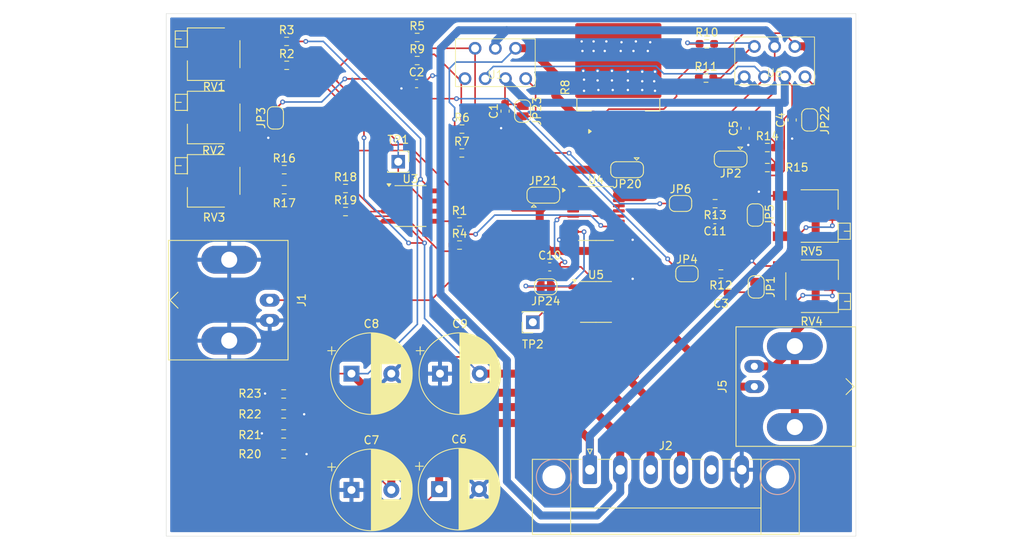
<source format=kicad_pcb>
(kicad_pcb (version 20240108) (generator "pcbnew") (generator_version "8.0")
  (layers (0 "F.Cu" signal) (31 "B.Cu" signal) (34 "B.Paste" user) (35 "F.Paste" user) (36 "B.SilkS" user "B.Silkscreen") (37 "F.SilkS" user "F.Silkscreen") (38 "B.Mask" user) (39 "F.Mask" user) (44 "Edge.Cuts" user))
  (net 0 "")
  (net 1 "Net-(JP24-A)")
  (net 2 "GND")
  (net 3 "Net-(J1-In)")
  (net 4 "Net-(U3-INB+)")
  (net 5 "Net-(R1-Pad1)")
  (net 6 "Net-(R2-Pad2)")
  (net 7 "Net-(R3-Pad1)")
  (net 8 "Net-(U3-INB-)")
  (net 9 "Net-(R5-Pad1)")
  (net 10 "Net-(JP20-C)")
  (net 11 "Net-(JP20-B)")
  (net 12 "Net-(JP2-A)")
  (net 13 "Ilim")
  (net 14 "Net-(JP20-A)")
  (net 15 "Net-(JP21-B)")
  (net 16 "Net-(JP22-B)")
  (net 17 "Net-(JP23-B)")
  (net 18 "Net-(JP24-B)")
  (net 19 "Net-(R10-Pad2)")
  (net 20 "-24V")
  (net 21 "Net-(JP1-B)")
  (net 22 "Net-(R10-Pad1)")
  (net 25 "Net-(JP3-B)")
  (net 26 "+5V")
  (net 27 "+12V")
  (net 28 "-12V")
  (net 29 "+24V")
  (net 30 "Current_out1")
  (net 31 "Net-(R16-Pad1)")
  (net 32 "Net-(R17-Pad2)")
  (net 33 "Net-(R18-Pad1)")
  (net 34 "Net-(U3-INA+)")
  (net 35 "Current_ina1")
  (net 37 "Net-(U4-IN+)")
  (net 38 "Net-(U4-IN-)")
  (net 42 "Net-(J5-In)")
  (net 43 "Net-(J5-Ext)")
  (net 44 "Net-(C3-Pad2)")
  (net 45 "Net-(JP5-B)")
  (net 46 "Net-(C11-Pad2)")
  (net 47 "Net-(JP4-B)")
  (net 48 "Net-(JP6-A)")
  (net 49 "Net-(JP6-B)")
  (footprint "Potentiometer_SMD:Potentiometer_Bourns_3269P_Horizontal" (layer "F.Cu") (at 133.4258 56.6166 180)
    (property "Reference" "RV5")
    (property "Value" "R_Potentiometer_US")
  )
  (footprint "Potentiometer_SMD:Potentiometer_Bourns_3269P_Horizontal" (layer "F.Cu") (at 58.5 36.3)
    (property "Reference" "RV1")
    (property "Value" "R_Potentiometer_US")
  )
  (footprint "my_local_lib:TO-263-2_TabPin1" (layer "F.Cu") (at 109.2 38.6 90)
    (property "Reference" "R8")
    (property "Value" "Shunt")
  )
  (footprint "Connector_Coaxial:BNC_Amphenol_B6252HB-NPP3G-50_Horizontal" (layer "F.Cu") (at 65.48 67.18 90)
    (property "Reference" "J1")
    (property "Value" "Conn_Coaxial_Small")
  )
  (footprint "Capacitor_SMD:C_0603_1608Metric_Pad1.08x0.95mm_HandSolder" (layer "F.Cu") (at 95 43.45 90)
    (property "Reference" "C1")
    (property "Value" "C_ps")
  )
  (footprint "Library:opa548" (layer "F.Cu") (at 93.7768 39.37)
    (property "Reference" "U1")
    (property "Value" "~")
  )
  (footprint "Resistor_SMD:R_0603_1608Metric_Pad0.98x0.95mm_HandSolder" (layer "F.Cu") (at 67.232323 86.48 180)
    (property "Reference" "R20")
    (property "Value" "100k")
  )
  (footprint "Resistor_SMD:R_0603_1608Metric_Pad0.98x0.95mm_HandSolder" (layer "F.Cu") (at 67.232323 81.46 180)
    (property "Reference" "R22")
    (property "Value" "100k")
  )
  (footprint "Resistor_SMD:R_0603_1608Metric_Pad0.98x0.95mm_HandSolder" (layer "F.Cu") (at 74.9875 56.06)
    (property "Reference" "R19")
    (property "Value" "Current_sum1")
  )
  (footprint "Resistor_SMD:R_0603_1608Metric_Pad0.98x0.95mm_HandSolder" (layer "F.Cu") (at 127.8909 48.0229)
    (property "Reference" "R14")
    (property "Value" "Ilim_low")
  )
  (footprint "Resistor_SMD:R_0603_1608Metric_Pad0.98x0.95mm_HandSolder" (layer "F.Cu") (at 67.232323 78.95 180)
    (property "Reference" "R23")
    (property "Value" "100k")
  )
  (footprint "Resistor_SMD:R_0603_1608Metric_Pad0.98x0.95mm_HandSolder" (layer "F.Cu") (at 74.9875 53.16)
    (property "Reference" "R18")
    (property "Value" "Current_sum2")
  )
  (footprint "Jumper:SolderJumper-3_P1.3mm_Open_RoundedPad1.0x1.5mm" (layer "F.Cu") (at 99.8 54)
    (property "Reference" "JP21")
    (property "Value" "SolderJumper_3_Open")
  )
  (footprint "Resistor_SMD:R_0603_1608Metric_Pad0.98x0.95mm_HandSolder" (layer "F.Cu") (at 121.3373 55.0672 180)
    (property "Reference" "R13")
    (property "Value" "optional")
  )
  (footprint "Resistor_SMD:R_0603_1608Metric_Pad0.98x0.95mm_HandSolder" (layer "F.Cu") (at 122.0624 63.8914 180)
    (property "Reference" "R12")
    (property "Value" "optional")
  )
  (footprint "Resistor_SMD:R_0603_1608Metric_Pad0.98x0.95mm_HandSolder" (layer "F.Cu") (at 67.6 34.7)
    (property "Reference" "R3")
    (property "Value" "R_offset_high")
  )
  (footprint "Capacitor_SMD:C_0603_1608Metric_Pad1.08x0.95mm_HandSolder" (layer "F.Cu") (at 131 44.5625 90)
    (property "Reference" "C4")
    (property "Value" "C_ps")
  )
  (footprint "Jumper:SolderJumper-3_P1.3mm_Open_RoundedPad1.0x1.5mm" (layer "F.Cu") (at 110.3 50.8 180)
    (property "Reference" "JP20")
    (property "Value" "SolderJumper_3_Open")
  )
  (footprint "Capacitor_SMD:C_0603_1608Metric_Pad1.08x0.95mm_HandSolder" (layer "F.Cu") (at 125.1 45.6 90)
    (property "Reference" "C5")
    (property "Value" "C_ps")
  )
  (footprint "Jumper:SolderJumper-2_P1.3mm_Open_RoundedPad1.0x1.5mm" (layer "F.Cu") (at 117.0024 55.0418)
    (property "Reference" "JP6")
    (property "Value" "SolderJumper_2_Open")
  )
  (footprint "Package_SO:SOIC-8_3.9x4.9mm_P1.27mm" (layer "F.Cu") (at 106.4 67.4)
    (property "Reference" "U5")
    (property "Value" "L78L05_SO8")
  )
  (footprint "Resistor_SMD:R_0603_1608Metric_Pad0.98x0.95mm_HandSolder" (layer "F.Cu") (at 89.588 45.7)
    (property "Reference" "R6")
    (property "Value" "5k")
  )
  (footprint "Connector_PinSocket_2.54mm:PinSocket_1x01_P2.54mm_Vertical" (layer "F.Cu") (at 81.6 49.8)
    (property "Reference" "TP1")
    (property "Value" "TestPoint")
  )
  (footprint "Capacitor_SMD:C_0603_1608Metric_Pad1.08x0.95mm_HandSolder" (layer "F.Cu") (at 122.087 66.1774 180)
    (property "Reference" "C3")
    (property "Value" "1200pf")
  )
  (footprint "Jumper:SolderJumper-2_P1.3mm_Bridged_RoundedPad1.0x1.5mm" (layer "F.Cu") (at 100.1 65.5 180)
    (property "Reference" "JP24")
    (property "Value" "SolderJumper_2_Bridged")
  )
  (footprint "Potentiometer_SMD:Potentiometer_Bourns_3269P_Horizontal" (layer "F.Cu") (at 133.4512 65.4304 180)
    (property "Reference" "RV4")
    (property "Value" "R_Potentiometer_US")
  )
  (footprint "Jumper:SolderJumper-2_P1.3mm_Open_RoundedPad1.0x1.5mm" (layer "F.Cu") (at 126.375 56.4896 -90)
    (property "Reference" "JP5")
    (property "Value" "SolderJumper_2_Open")
  )
  (footprint "Potentiometer_SMD:Potentiometer_Bourns_3269P_Horizontal" (layer "F.Cu") (at 58.5 52.2)
    (property "Reference" "RV3")
    (property "Value" "R_Potentiometer_US")
  )
  (footprint "Capacitor_THT:CP_Radial_D10.0mm_P5.00mm" (layer "F.Cu") (at 86.732323 90.9)
    (property "Reference" "C6")
    (property "Value" "C_Polarized")
  )
  (footprint "Jumper:SolderJumper-2_P1.3mm_Open_RoundedPad1.0x1.5mm" (layer "F.Cu") (at 66.2 44.3 90)
    (property "Reference" "JP3")
    (property "Value" "SolderJumper_2_Open")
  )
  (footprint "Resistor_SMD:R_0603_1608Metric_Pad0.98x0.95mm_HandSolder" (layer "F.Cu") (at 120.3 35)
    (property "Reference" "R10")
    (property "Value" "5k")
  )
  (footprint "Capacitor_SMD:C_0603_1608Metric_Pad1.08x0.95mm_HandSolder" (layer "F.Cu") (at 121.3089 57.0738 180)
    (property "Reference" "C11")
    (property "Value" "1200pf")
  )
  (footprint "Connector_Phoenix_MC:PhoenixContact_MC_1,5_6-GF-3.81_1x06_P3.81mm_Horizontal_ThreadedFlange_MountHole" (layer "F.Cu") (at 105.63 88.4675)
    (property "Reference" "J2")
    (property "Value" "Conn_01x06_Socket")
  )
  (footprint "Capacitor_THT:CP_Radial_D10.0mm_P5.00mm" (layer "F.Cu") (at 75.732323 76.4)
    (property "Reference" "C8")
    (property "Value" "C_Polarized")
  )
  (footprint "Package_SO:TSSOP-20_4.4x6.5mm_P0.65mm" (layer "F.Cu") (at 106.4 56.3)
    (property "Reference" "U4")
    (property "Value" "INA253")
  )
  (footprint "Capacitor_SMD:C_0603_1608Metric_Pad1.08x0.95mm_HandSolder" (layer "F.Cu") (at 83.9 40)
    (property "Reference" "C2")
    (property "Value" "C_ps")
  )
  (footprint "Jumper:SolderJumper-2_P1.3mm_Open_RoundedPad1.0x1.5mm" (layer "F.Cu") (at 97.2 43.45 -90)
    (property "Reference" "JP23")
    (property "Value" "SolderJumper_2_Open")
  )
  (footprint "Resistor_SMD:R_0603_1608Metric_Pad0.98x0.95mm_HandSolder" (layer "F.Cu") (at 67.3 50.8)
    (property "Reference" "R16")
    (property "Value" "R_offset_high")
  )
  (footprint "Jumper:SolderJumper-3_P1.3mm_Open_RoundedPad1.0x1.5mm" (layer "F.Cu") (at 123.2909 49.4654 180)
    (property "Reference" "JP2")
    (property "Value" "SolderJumper_3_Open")
  )
  (footprint "Library:opa548" (layer "F.Cu") (at 128.8034 39.1414)
    (property "Reference" "U6")
    (property "Value" "~")
  )
  (footprint "Capacitor_THT:CP_Radial_D10.0mm_P5.00mm" (layer "F.Cu") (at 86.832323 76.4)
    (property "Reference" "C9")
    (property "Value" "C_Polarized")
  )
  (footprint "Potentiometer_SMD:Potentiometer_Bourns_3269P_Horizontal" (layer "F.Cu") (at 58.5 44.25)
    (property "Reference" "RV2")
    (property "Value" "R_Potentiometer_US")
  )
  (footprint "Resistor_SMD:R_0603_1608Metric_Pad0.98x0.95mm_HandSolder" (layer "F.Cu") (at 67.232323 83.97 180)
    (property "Reference" "R21")
    (property "Value" "100k")
  )
  (footprint "Resistor_SMD:R_0603_1608Metric_Pad0.98x0.95mm_HandSolder" (layer "F.Cu") (at 67.6125 37.7)
    (property "Reference" "R2")
    (property "Value" "R_offset_low")
  )
  (footprint "Resistor_SMD:R_0603_1608Metric_Pad0.98x0.95mm_HandSolder" (layer "F.Cu") (at 89.2875 57.36 180)
    (property "Reference" "R1")
    (property "Value" "Input_sum2")
  )
  (footprint "Resistor_SMD:R_0603_1608Metric_Pad0.98x0.95mm_HandSolder" (layer "F.Cu") (at 67.3 53.31)
    (property "Reference" "R17")
    (property "Value" "R_offset_low")
  )
  (footprint "Jumper:SolderJumper-2_P1.3mm_Open_RoundedPad1.0x1.5mm" (layer "F.Cu") (at 117.8037 63.866)
    (property "Reference" "JP4")
    (property "Value" "SolderJumper_2_Open")
  )
  (footprint "Resistor_SMD:R_0603_1608Metric_Pad0.98x0.95mm_HandSolder" (layer "F.Cu") (at 83.9755 34.2)
    (property "Reference" "R5")
    (property "Value" "5k")
  )
  (footprint "Resistor_SMD:R_0603_1608Metric_Pad0.98x0.95mm_HandSolder" (layer "F.Cu") (at 89.2875 60.26)
    (property "Reference" "R4")
    (property "Value" "Input_sum1")
  )
  (footprint "Resistor_SMD:R_0603_1608Metric_Pad0.98x0.95mm_HandSolder" (layer "F.Cu") (at 83.9755 37.1)
    (property "Reference" "R9")
    (property "Value" "5k")
  )
  (footprint "Capacitor_SMD:C_0603_1608Metric_Pad1.08x0.95mm_HandSolder" (layer "F.Cu") (at 100.6 63)
    (property "Reference" "C10")
    (property "Value" "C_ps")
  )
  (footprint "Resistor_SMD:R_0603_1608Metric_Pad0.98x0.95mm_HandSolder" (layer "F.Cu") (at 89.5755 48.7)
    (property "Reference" "R7")
    (property "Value" "5k")
  )
  (footprint "Library:opa1612" (layer "F.Cu") (at 83.1362 55.365)
    (property "Reference" "U3")
    (property "Value" "OPA1612AID")
  )
  (footprint "Resistor_SMD:R_0603_1608Metric_Pad0.98x0.95mm_HandSolder" (layer "F.Cu") (at 120.2 39.3)
    (property "Reference" "R11")
    (property "Value" "5k")
  )
  (footprint "Jumper:SolderJumper-2_P1.3mm_Open_RoundedPad1.0x1.5mm" (layer "F.Cu") (at 126.4916 65.517 -90)
    (property "Reference" "JP1")
    (property "Value" "SolderJumper_2_Open")
  )
  (footprint "Capacitor_THT:CP_Radial_D10.0mm_P5.00mm" (layer "F.Cu") (at 75.732323 91)
    (property "Reference" "C7")
    (property "Value" "C_Polarized")
  )
  (footprint "Connector_PinSocket_2.54mm:PinSocket_1x01_P2.54mm_Vertical" (layer "F.Cu") (at 98.4758 69.9516 180)
    (property "Reference" "TP2")
    (property "Value" "TestPoint")
  )
  (footprint "Jumper:SolderJumper-2_P1.3mm_Open_RoundedPad1.0x1.5mm" (layer "F.Cu") (at 133.2 44.55 -90)
    (property "Reference" "JP22")
    (property "Value" "SolderJumper_2_Open")
  )
  (footprint "Resistor_SMD:R_0603_1608Metric_Pad0.98x0.95mm_HandSolder" (layer "F.Cu") (at 127.8909 50.5329)
    (property "Reference" "R15")
    (property "Value" "Ilim_high")
  )
  (footprint "Connector_Coaxial:BNC_Amphenol_B6252HB-NPP3G-50_Horizontal" (layer "F.Cu") (at 126.2582 78.0288 -90)
    (property "Reference" "J5")
    (property "Value" "Conn_Coaxial_Small")
  )
  (gr_rect (start 52.5 31.2) (end 139 96.8) (stroke (width 0.05)) (fill none) (layer "Edge.Cuts"))
  (segment (start 103.925 65.495) (end 100.755 65.495) (width 0.2) (layer "F.Cu") (net 1))
  (segment (start 100.75 67.6774) (end 98.4758 69.9516) (width 0.2) (layer "F.Cu") (net 1))
  (segment (start 100.75 64.0125) (end 100.75 65.5) (width 0.2) (layer "F.Cu") (net 1))
  (segment (start 100.755 65.495) (end 100.75 65.5) (width 0.2) (layer "F.Cu") (net 1))
  (segment (start 99.7375 63) (end 100.75 64.0125) (width 0.2) (layer "F.Cu") (net 1))
  (segment (start 100.75 65.5) (end 100.75 67.6774) (width 0.2) (layer "F.Cu") (net 1))
  (segment (start 125.1 46.4625) (end 125.1 47.3) (width 0.2) (layer "F.Cu") (net 2))
  (segment (start 63.54 44.95) (end 61.7 46.79) (width 0.2) (layer "F.Cu") (net 2))
  (segment (start 66.319823 83.97) (end 64.57 83.97) (width 0.2) (layer "F.Cu") (net 2))
  (segment (start 126.4916 64.867) (end 128.2746 64.867) (width 0.2) (layer "F.Cu") (net 2))
  (segment (start 126.5936 62.8904) (end 125.9332 62.23) (width 0.2) (layer "F.Cu") (net 2))
  (segment (start 102.175 59.225) (end 101.8 59.6) (width 0.2) (layer "F.Cu") (net 2))
  (segment (start 126.375 55.8396) (end 126.3796 55.8396) (width 0.2) (layer "F.Cu") (net 2))
  (segment (start 83.0375 40) (end 82.6 40) (width 0.2) (layer "F.Cu") (net 2))
  (segment (start 110.005 65.495) (end 111 64.5) (width 0.2) (layer "F.Cu") (net 2))
  (segment (start 128.1426 54.0766) (end 130.2258 54.0766) (width 0.2) (layer "F.Cu") (net 2))
  (segment (start 64.95 78.95) (end 64.9 78.9) (width 0.2) (layer "F.Cu") (net 2))
  (segment (start 95 45.0875) (end 94.5 45.5875) (width 0.2) (layer "F.Cu") (net 2))
  (segment (start 69.76 81.46) (end 69.8 81.5) (width 0.2) (layer "F.Cu") (net 2))
  (segment (start 128.2746 64.867) (end 130.2512 62.8904) (width 0.2) (layer "F.Cu") (net 2))
  (segment (start 126.3796 55.8396) (end 128.1426 54.0766) (width 0.2) (layer "F.Cu") (net 2))
  (segment (start 64.57 83.97) (end 64.5 83.9) (width 0.2) (layer "F.Cu") (net 2))
  (segment (start 68.144823 86.48) (end 70.08 86.48) (width 0.2) (layer "F.Cu") (net 2))
  (segment (start 65.29 46.79) (end 65.3 46.8) (width 0.2) (layer "F.Cu") (net 2))
  (segment (start 109.2625 59.225) (end 110.625 59.225) (width 0.2) (layer "F.Cu") (net 2))
  (segment (start 95 44.3125) (end 95 45.0875) (width 0.2) (layer "F.Cu") (net 2))
  (segment (start 108.875 65.495) (end 110.005 65.495) (width 0.2) (layer "F.Cu") (net 2))
  (segment (start 130.2512 62.8904) (end 126.5936 62.8904) (width 0.2) (layer "F.Cu") (net 2))
  (segment (start 125.1 47.3) (end 125.5 47.7) (width 0.2) (layer "F.Cu") (net 2))
  (segment (start 127.3302 54.0766) (end 126.8222 53.5686) (width 0.2) (layer "F.Cu") (net 2))
  (segment (start 61.7 46.79) (end 65.29 46.79) (width 0.2) (layer "F.Cu") (net 2))
  (segment (start 82.6 40) (end 82 40.6) (width 0.2) (layer "F.Cu") (net 2))
  (segment (start 66.319823 78.95) (end 64.95 78.95) (width 0.2) (layer "F.Cu") (net 2))
  (segment (start 68.144823 81.46) (end 69.76 81.46) (width 0.2) (layer "F.Cu") (net 2))
  (segment (start 103.5375 59.225) (end 102.175 59.225) (width 0.2) (layer "F.Cu") (net 2))
  (segment (start 70.08 86.48) (end 70.1 86.5) (width 0.2) (layer "F.Cu") (net 2))
  (segment (start 130.2258 54.0766) (end 127.3302 54.0766) (width 0.2) (layer "F.Cu") (net 2))
  (segment (start 110.625 59.225) (end 111 59.6) (width 0.2) (layer "F.Cu") (net 2))
  (segment (start 131 45.425) (end 131 46.9) (width 0.2) (layer "F.Cu") (net 2))
  (segment (start 66.2 44.95) (end 63.54 44.95) (width 0.2) (layer "F.Cu") (net 2))
  (via (at 113.2 34.8) (size 0.6) (drill 0.3) (layers "F.Cu" "B.Cu") (net 2))
  (via (at 112.2 38.5) (size 0.6) (drill 0.3) (layers "F.Cu" "B.Cu") (net 2))
  (via (at 106.7 40.8) (size 0.6) (drill 0.3) (layers "F.Cu" "B.Cu") (net 2))
  (via (at 106.6 38.4) (size 0.6) (drill 0.3) (layers "F.Cu" "B.Cu") (net 2))
  (via (at 107.7 34.7) (size 0.6) (drill 0.3) (layers "F.Cu" "B.Cu") (net 2))
  (via (at 111.1 35.9) (size 0.6) (drill 0.3) (layers "F.Cu" "B.Cu") (net 2))
  (via (at 108.5 40.8) (size 0.6) (drill 0.3) (layers "F.Cu" "B.Cu") (net 2))
  (via (at 82 40.6) (size 0.6) (drill 0.3) (layers "F.Cu" "B.Cu") (net 2))
  (via (at 110.4 38.5) (size 0.6) (drill 0.3) (layers "F.Cu" "B.Cu") (net 2))
  (via (at 113.8 38.5) (size 0.6) (drill 0.3) (layers "F.Cu" "B.Cu") (net 2))
  (via (at 110.4 39.6) (size 0.6) (drill 0.3) (layers "F.Cu" "B.Cu") (net 2))
  (via (at 65.3 46.8) (size 0.6) (drill 0.3) (layers "F.Cu" "B.Cu") (net 2))
  (via (at 131 46.9) (size 0.6) (drill 0.3) (layers "F.Cu" "B.Cu") (net 2))
  (via (at 112.2 39.7) (size 0.6) (drill 0.3) (layers "F.Cu" "B.Cu") (net 2))
  (via (at 64.9 78.9) (size 0.6) (drill 0.3) (layers "F.Cu" "B.Cu") (net 2))
  (via (at 106.1 34.7) (size 0.6) (drill 0.3) (layers "F.Cu" "B.Cu") (net 2))
  (via (at 111 59.6) (size 0.6) (drill 0.3) (layers "F.Cu" "B.Cu") (net 2))
  (via (at 126.8222 53.5686) (size 0.6) (drill 0.3) (layers "F.Cu" "B.Cu") (net 2))
  (via (at 104.9 39.5) (size 0.6) (drill 0.3) (layers "F.Cu" "B.Cu") (net 2))
  (via (at 107.5 35.9) (size 0.6) (drill 0.3) (layers "F.Cu" "B.Cu") (net 2))
  (via (at 104.8 38.4) (size 0.6) (drill 0.3) (layers "F.Cu" "B.Cu") (net 2))
  (via (at 94.5 45.5875) (size 0.6) (drill 0.3) (layers "F.Cu" "B.Cu") (net 2))
  (via (at 113.8 40.9) (size 0.6) (drill 0.3) (layers "F.Cu" "B.Cu") (net 2))
  (via (at 64.5 83.9) (size 0.6) (drill 0.3) (layers "F.Cu" "B.Cu") (net 2))
  (via (at 104.6 34.7) (size 0.6) (drill 0.3) (layers "F.Cu" "B.Cu") (net 2))
  (via (at 101.8 59.6) (size 0.6) (drill 0.3) (layers "F.Cu" "B.Cu") (net 2))
  (via (at 104.9 40.9) (size 0.6) (drill 0.3) (layers "F.Cu" "B.Cu") (net 2))
  (via (at 108.4 38.4) (size 0.6) (drill 0.3) (layers "F.Cu" "B.Cu") (net 2))
  (via (at 106.1 35.9) (size 0.6) (drill 0.3) (layers "F.Cu" "B.Cu") (net 2))
  (via (at 125.9332 62.23) (size 0.6) (drill 0.3) (layers "F.Cu" "B.Cu") (net 2))
  (via (at 109.5 35.9) (size 0.6) (drill 0.3) (layers "F.Cu" "B.Cu") (net 2))
  (via (at 109.6 34.8) (size 0.6) (drill 0.3) (layers "F.Cu" "B.Cu") (net 2))
  (via (at 110.4 40.8) (size 0.6) (drill 0.3) (layers "F.Cu" "B.Cu") (net 2))
  (via (at 104.7 35.9) (size 0.6) (drill 0.3) (layers "F.Cu" "B.Cu") (net 2))
  (via (at 111 64.5) (size 0.6) (drill 0.3) (layers "F.Cu" "B.Cu") (net 2))
  (via (at 112.9 35.9) (size 0.6) (drill 0.3) (layers "F.Cu" "B.Cu") (net 2))
  (via (at 113.7 39.7) (size 0.6) (drill 0.3) (layers "F.Cu" "B.Cu") (net 2))
  (via (at 125.5 47.7) (size 0.6) (drill 0.3) (layers "F.Cu" "B.Cu") (net 2))
  (via (at 70.1 86.5) (size 0.6) (drill 0.3) (layers "F.Cu" "B.Cu") (net 2))
  (via (at 69.8 81.5) (size 0.6) (drill 0.3) (layers "F.Cu" "B.Cu") (net 2))
  (via (at 112.2 40.8) (size 0.6) (drill 0.3) (layers "F.Cu" "B.Cu") (net 2))
  (via (at 111.4 34.7) (size 0.6) (drill 0.3) (layers "F.Cu" "B.Cu") (net 2))
  (via (at 106.6 39.6) (size 0.6) (drill 0.3) (layers "F.Cu" "B.Cu") (net 2))
  (via (at 108.4 39.6) (size 0.6) (drill 0.3) (layers "F.Cu" "B.Cu") (net 2))
  (segment (start 85.72 67.18) (end 65.48 67.18) (width 0.2) (layer "F.Cu") (net 3))
  (segment (start 90.2 60.26) (end 90.2 62.7) (width 0.2) (layer "F.Cu") (net 3))
  (segment (start 90.2 62.7) (end 85.72 67.18) (width 0.2) (layer "F.Cu") (net 3))
  (segment (start 85.6 57.27) (end 88.285 57.27) (width 0.2) (layer "F.Cu") (net 4))
  (segment (start 88.375 60.26) (end 88.375 57.36) (width 0.2) (layer "F.Cu") (net 4))
  (segment (start 88.285 57.27) (end 88.375 57.36) (width 0.2) (layer "F.Cu") (net 4))
  (segment (start 69.4 36.3) (end 55.3 36.3) (width 0.2) (layer "F.Cu") (net 5))
  (segment (start 90.2 55.021) (end 82.804 47.625) (width 0.2) (layer "F.Cu") (net 5))
  (segment (start 81.623529 47.625) (end 81.548529 47.7) (width 0.2) (layer "F.Cu") (net 5))
  (segment (start 81.548529 47.7) (end 80.8 47.7) (width 0.2) (layer "F.Cu") (net 5))
  (segment (start 80.8 47.7) (end 69.4 36.3) (width 0.2) (layer "F.Cu") (net 5))
  (segment (start 90.2 57.36) (end 90.2 55.021) (width 0.2) (layer "F.Cu") (net 5))
  (segment (start 82.804 47.625) (end 81.623529 47.625) (width 0.2) (layer "F.Cu") (net 5))
  (segment (start 68.525 37.7) (end 67.385 38.84) (width 0.2) (layer "F.Cu") (net 6))
  (segment (start 67.385 38.84) (end 61.7 38.84) (width 0.2) (layer "F.Cu") (net 6))
  (segment (start 66.6875 34.7) (end 62.64 34.7) (width 0.2) (layer "F.Cu") (net 7))
  (segment (start 62.64 34.7) (end 61.7 33.76) (width 0.2) (layer "F.Cu") (net 7))
  (segment (start 85.6 54.73) (end 85.6 56) (width 0.2) (layer "F.Cu") (net 8))
  (segment (start 84.8888 54.73) (end 85.6 54.73) (width 0.2) (layer "F.Cu") (net 8))
  (segment (start 84.113 33.425) (end 84.888 34.2) (width 0.2) (layer "F.Cu") (net 8))
  (segment (start 73.9 38.2) (end 78.675 33.425) (width 0.2) (layer "F.Cu") (net 8))
  (segment (start 81.6 51.4412) (end 84.8888 54.73) (width 0.2) (layer "F.Cu") (net 8))
  (segment (start 81.3 47.1) (end 73.9 39.7) (width 0.2) (layer "F.Cu") (net 8))
  (segment (start 78.675 33.425) (end 84.113 33.425) (width 0.2) (layer "F.Cu") (net 8))
  (segment (start 73.9 39.7) (end 73.9 38.2) (width 0.2) (layer "F.Cu") (net 8))
  (segment (start 81.6 49.8) (end 81.6 51.4412) (width 0.2) (layer "F.Cu") (net 8))
  (via (at 81.3 47.1) (size 0.6) (drill 0.3) (layers "F.Cu" "B.Cu") (net 8))
  (segment (start 81.3 47.1) (end 81.6 47.4) (width 0.2) (layer "B.Cu") (net 8))
  (segment (start 81.6 47.4) (end 81.6 49.8) (width 0.2) (layer "B.Cu") (net 8))
  (segment (start 91.2368 44.9637) (end 91.2368 35.56) (width 0.2) (layer "F.Cu") (net 9))
  (segment (start 83.063 34.2) (end 84.423 35.56) (width 0.2) (layer "F.Cu") (net 9))
  (segment (start 84.423 35.56) (end 91.2368 35.56) (width 0.2) (layer "F.Cu") (net 9))
  (segment (start 90.5005 45.7) (end 91.2368 44.9637) (width 0.2) (layer "F.Cu") (net 9))
  (segment (start 111.74 48.16) (end 110.3 49.6) (width 1) (layer "F.Cu") (net 10))
  (segment (start 110.3 49.6) (end 110.3 50.8) (width 1) (layer "F.Cu") (net 10))
  (segment (start 111.74 46.25) (end 111.74 48.16) (width 1) (layer "F.Cu") (net 10))
  (segment (start 98.5 51.8) (end 98.5 54) (width 1) (layer "F.Cu") (net 11))
  (segment (start 99.5 50.8) (end 98.5 51.8) (width 1) (layer "F.Cu") (net 11))
  (segment (start 109 50.8) (end 99.5 50.8) (width 1) (layer "F.Cu") (net 11))
  (segment (start 128.8034 49.8479) (end 126.9784 48.0229) (width 0.2) (layer "F.Cu") (net 12))
  (segment (start 128.8034 50.5329) (end 128.8034 49.8479) (width 0.2) (layer "F.Cu") (net 12))
  (segment (start 126.9784 48.0229) (end 126.0334 48.0229) (width 0.2) (layer "F.Cu") (net 12))
  (segment (start 126.0334 48.0229) (end 124.5909 49.4654) (width 0.2) (layer "F.Cu") (net 12))
  (segment (start 120.3909 50.1229) (end 121.2712 51.0032) (width 0.2) (layer "F.Cu") (net 13))
  (segment (start 127.412 39.5) (end 120.3909 46.5211) (width 0.2) (layer "F.Cu") (net 13))
  (segment (start 121.2712 51.0032) (end 122.9106 51.0032) (width 0.2) (layer "F.Cu") (net 13))
  (segment (start 122.9106 51.0032) (end 123.2909 50.6229) (width 0.2) (layer "F.Cu") (net 13))
  (segment (start 120.3909 46.5211) (end 120.3909 50.1229) (width 0.2) (layer "F.Cu") (net 13))
  (segment (start 123.2909 50.6229) (end 123.2909 49.4654) (width 0.2) (layer "F.Cu") (net 13))
  (segment (start 113.948529 37.8) (end 114.908929 38.7604) (width 0.2) (layer "B.Cu") (net 13))
  (segment (start 104.551471 37.8) (end 113.948529 37.8) (width 0.2) (layer "B.Cu") (net 13))
  (segment (start 124.206 37.846) (end 126.2888 37.846) (width 0.2) (layer "B.Cu") (net 13))
  (segment (start 92.5068 38.862) (end 93.5228 37.846) (width 0.2) (layer "B.Cu") (net 13))
  (segment (start 127.412 38.9692) (end 127.412 39.5) (width 0.2) (layer "B.Cu") (net 13))
  (segment (start 93.5228 37.846) (end 104.505471 37.846) (width 0.2) (layer "B.Cu") (net 13))
  (segment (start 92.5068 39.37) (end 92.5068 38.862) (width 0.2) (layer "B.Cu") (net 13))
  (segment (start 114.908929 38.7604) (end 123.2916 38.7604) (width 0.2) (layer "B.Cu") (net 13))
  (segment (start 123.2916 38.7604) (end 124.206 37.846) (width 0.2) (layer "B.Cu") (net 13))
  (segment (start 126.2888 37.846) (end 127.412 38.9692) (width 0.2) (layer "B.Cu") (net 13))
  (segment (start 104.505471 37.846) (end 104.551471 37.8) (width 0.2) (layer "B.Cu") (net 13))
  (segment (start 112.4 50.8) (end 111.75 50.8) (width 1.5) (layer "F.Cu") (net 14))
  (segment (start 109.2875 54) (end 112.2 54) (width 1.5) (layer "F.Cu") (net 14))
  (segment (start 113.1 53.1) (end 113.1 51.5) (width 1.5) (layer "F.Cu") (net 14))
  (segment (start 113.1 51.5) (end 112.4 50.8) (width 1.5) (layer "F.Cu") (net 14))
  (segment (start 112.2 54) (end 113.1 53.1) (width 1.5) (layer "F.Cu") (net 14))
  (segment (start 109.2875 54) (end 109.2625 54.025) (width 0.2) (layer "F.Cu") (net 14))
  (segment (start 103.5375 54.025) (end 101.325 54.025) (width 1.5) (layer "F.Cu") (net 15))
  (segment (start 101.325 54.025) (end 101.3 54) (width 0.2) (layer "F.Cu") (net 15))
  (segment (start 134.7 41.2) (end 134.7 44.8018) (width 0.2) (layer "F.Cu") (net 16))
  (segment (start 133 39.5) (end 134.7 41.2) (width 0.2) (layer "F.Cu") (net 16))
  (segment (start 134.3018 45.2) (end 133.2 45.2) (width 0.2) (layer "F.Cu") (net 16))
  (segment (start 134.7 44.8018) (end 134.3018 45.2) (width 0.2) (layer "F.Cu") (net 16))
  (segment (start 98.4 44.1) (end 97.2 44.1) (width 0.2) (layer "F.Cu") (net 17))
  (segment (start 98.827799 40.639799) (end 98.827799 43.672201) (width 0.2) (layer "F.Cu") (net 17))
  (segment (start 97.888 39.7) (end 98.827799 40.639799) (width 0.2) (layer "F.Cu") (net 17))
  (segment (start 98.827799 43.672201) (end 98.4 44.1) (width 0.2) (layer "F.Cu") (net 17))
  (segment (start 104.9 58.6) (end 103.5625 58.6) (width 0.2) (layer "F.Cu") (net 18))
  (segment (start 103.5625 58.6) (end 103.5375 58.575) (width 0.2) (layer "F.Cu") (net 18))
  (segment (start 99.45 65.5) (end 97.7 65.5) (width 0.2) (layer "F.Cu") (net 18))
  (segment (start 97.7 65.5) (end 97.6 65.4) (width 0.2) (layer "F.Cu") (net 18))
  (via (at 97.6 65.4) (size 0.6) (drill 0.3) (layers "F.Cu" "B.Cu") (net 18))
  (via (at 104.9 58.6) (size 0.6) (drill 0.3) (layers "F.Cu" "B.Cu") (net 18))
  (segment (start 104.9 63.5) (end 104.9 58.6) (width 0.2) (layer "B.Cu") (net 18))
  (segment (start 97.6 65.4) (end 103 65.4) (width 0.2) (layer "B.Cu") (net 18))
  (segment (start 103 65.4) (end 104.9 63.5) (width 0.2) (layer "B.Cu") (net 18))
  (segment (start 106.1 43.9) (end 103.7 43.9) (width 1) (layer "F.Cu") (net 19))
  (segment (start 108 43.2) (end 106.66 44.54) (width 0.2) (layer "F.Cu") (net 19))
  (segment (start 118.9 37.2) (end 116.5 39.6) (width 0.2) (layer "F.Cu") (net 19))
  (segment (start 120.2 37.2) (end 118.9 37.2) (width 0.2) (layer "F.Cu") (net 19))
  (segment (start 116.5 41.6) (end 114.9 43.2) (width 0.2) (layer "F.Cu") (net 19))
  (segment (start 106.66 46.25) (end 106.66 44.46) (width 1) (layer "F.Cu") (net 19))
  (segment (start 103.7 43.9) (end 101.3 41.5) (width 1) (layer "F.Cu") (net 19))
  (segment (start 106.66 44.46) (end 106.1 43.9) (width 1) (layer "F.Cu") (net 19))
  (segment (start 106.66 44.54) (end 106.66 46.25) (width 0.2) (layer "F.Cu") (net 19))
  (segment (start 121.2125 35) (end 121.2125 36.1875) (width 0.2) (layer "F.Cu") (net 19))
  (segment (start 88.6755 44.4755) (end 88.6755 45.7) (width 0.2) (layer "F.Cu") (net 19))
  (segment (start 116.5 39.6) (end 116.5 41.6) (width 0.2) (layer "F.Cu") (net 19))
  (segment (start 98.06 35.56) (end 96.3168 35.56) (width 1) (layer "F.Cu") (net 19))
  (segment (start 121.2125 36.1875) (end 120.2 37.2) (width 0.2) (layer "F.Cu") (net 19))
  (segment (start 101.3 38.8) (end 98.06 35.56) (width 1) (layer "F.Cu") (net 19))
  (segment (start 101.3 41.5) (end 101.3 38.8) (width 1) (layer "F.Cu") (net 19))
  (segment (start 114.9 43.2) (end 108 43.2) (width 0.2) (layer "F.Cu") (net 19))
  (via (at 88.6755 44.4755) (size 0.6) (drill 0.3) (layers "F.Cu" "B.Cu") (net 19))
  (segment (start 88.6755 43.0101) (end 88.6755 44.4755) (width 0.2) (layer "B.Cu") (net 19))
  (segment (start 88.8238 37.2872) (end 88.011 38.1) (width 0.2) (layer "B.Cu") (net 19))
  (segment (start 94.5896 37.2872) (end 88.8238 37.2872) (width 0.2) (layer "B.Cu") (net 19))
  (segment (start 88.011 42.3456) (end 88.6755 43.0101) (width 0.2) (layer "B.Cu") (net 19))
  (segment (start 88.011 38.1) (end 88.011 42.3456) (width 0.2) (layer "B.Cu") (net 19))
  (segment (start 96.3678 35.509) (end 94.5896 37.2872) (width 0.2) (layer "B.Cu") (net 19))
  (segment (start 73.702323 83.97) (end 80.732323 91) (width 0.2) (layer "F.Cu") (net 20))
  (segment (start 121.9909 47.8466) (end 121.9909 49.4654) (width 0.2) (layer "F.Cu") (net 20))
  (segment (start 80.732323 91) (end 80.732323 89.567677) (width 1) (layer "F.Cu") (net 20))
  (segment (start 85.9 39) (end 85.7625 39) (width 0.2) (layer "F.Cu") (net 20))
  (segment (start 85.7625 39) (end 84.7625 40) (width 0.2) (layer "F.Cu") (net 20))
  (segment (start 125.1 44.7375) (end 121.9909 47.8466) (width 0.2) (layer "F.Cu") (net 20))
  (segment (start 109.44 84.34) (end 109.44 88.4675) (width 1) (layer "F.Cu") (net 20))
  (segment (start 128.8034 47.3354) (end 128.8034 48.0229) (width 0.2) (layer "F.Cu") (net 20))
  (segment (start 68.144823 83.97) (end 73.702323 83.97) (width 0.2) (layer "F.Cu") (net 20))
  (segment (start 125.1 44.7375) (end 128.809 41.0285) (width 0.2) (layer "F.Cu") (net 20))
  (segment (start 89.7 80.6) (end 105.7 80.6) (width 1) (layer "F.Cu") (net 20))
  (segment (start 128.809 41.0285) (end 128.809 35.309) (width 0.2) (layer "F.Cu") (net 20))
  (segment (start 125.1 44.7375) (end 126.6 46.2375) (width 0.2) (layer "F.Cu") (net 20))
  (segment (start 128.8034 47.3354) (end 127.7055 46.2375) (width 0.2) (layer "F.Cu") (net 20))
  (segment (start 127.7055 46.2375) (end 126.6 46.2375) (width 0.2) (layer "F.Cu") (net 20))
  (segment (start 105.7 80.6) (end 109.44 84.34) (width 1) (layer "F.Cu") (net 20))
  (segment (start 80.732323 89.567677) (end 89.7 80.6) (width 1) (layer "F.Cu") (net 20))
  (via (at 85.9 39) (size 0.6) (drill 0.3) (layers "F.Cu" "B.Cu") (net 20))
  (segment (start 95.2246 89.916) (end 95.2246 74.7246) (width 1) (layer "B.Cu") (net 20))
  (segment (start 109.44 88.4675) (end 109.44 91.2962) (width 1) (layer "B.Cu") (net 20))
  (segment (start 93.7768 35.56) (end 93.7768 34.7232) (width 1) (layer "B.Cu") (net 20))
  (segment (start 95.2246 74.7246) (end 86.9 66.4) (width 1) (layer "B.Cu") (net 20))
  (segment (start 95.2 33.3) (end 127.7 33.3) (width 1) (layer "B.Cu") (net 20))
  (segment (start 127.7 33.3) (end 128.809 34.409) (width 1) (layer "B.Cu") (net 20))
  (segment (start 86.9 35.6) (end 89.2 33.3) (width 1) (layer "B.Cu") (net 20))
  (segment (start 99.5172 94.2086) (end 95.2246 89.916) (width 1) (layer "B.Cu") (net 20))
  (segment (start 128.809 34.409) (end 128.809 35.309) (width 1) (layer "B.Cu") (net 20))
  (segment (start 93.7768 34.7232) (end 95.2 33.3) (width 1) (layer "B.Cu") (net 20))
  (segment (start 89.2 33.3) (end 95.2 33.3) (width 1) (layer "B.Cu") (net 20))
  (segment (start 86.9 39) (end 85.9 39) (width 0.2) (layer "B.Cu") (net 20))
  (segment (start 106.5276 94.2086) (end 99.5172 94.2086) (width 1) (layer "B.Cu") (net 20))
  (segment (start 109.44 91.2962) (end 106.5276 94.2086) (width 1) (layer "B.Cu") (net 20))
  (segment (start 86.9 66.4) (end 86.9 35.6) (width 1) (layer "B.Cu") (net 20))
  (segment (start 126.4812 66.1774) (end 126.4916 66.167) (width 0.2) (layer "F.Cu") (net 21))
  (segment (start 126.4916 66.167) (end 128.4478 66.167) (width 0.2) (layer "F.Cu") (net 21))
  (segment (start 130.937 67.9704) (end 132.334 66.5734) (width 0.2) (layer "F.Cu") (net 21))
  (segment (start 136.0424 66.0392) (end 136.6512 65.4304) (width 0.2) (layer "F.Cu") (net 21))
  (segment (start 122.9495 66.1774) (end 126.4812 66.1774) (width 0.2) (layer "F.Cu") (net 21))
  (segment (start 130.2512 67.9704) (end 130.937 67.9704) (width 0.2) (layer "F.Cu") (net 21))
  (segment (start 128.4478 66.167) (end 130.2512 67.9704) (width 0.2) (layer "F.Cu") (net 21))
  (segment (start 136.0424 66.6496) (end 136.0424 66.0392) (width 0.2) (layer "F.Cu") (net 21))
  (via (at 136.0424 66.6496) (size 0.6) (drill 0.3) (layers "F.Cu" "B.Cu") (net 21))
  (via (at 132.334 66.5734) (size 0.6) (drill 0.3) (layers "F.Cu" "B.Cu") (net 21))
  (segment (start 132.334 66.5734) (end 135.9662 66.5734) (width 0.2) (layer "B.Cu") (net 21))
  (segment (start 135.9662 66.5734) (end 136.0424 66.6496) (width 0.2) (layer "B.Cu") (net 21))
  (segment (start 122.024 39.3) (end 126.015 35.309) (width 0.2) (layer "F.Cu") (net 22))
  (segment (start 117.8814 34.8742) (end 118.0072 35) (width 0.2) (layer "F.Cu") (net 22))
  (segment (start 118.0072 35) (end 119.3875 35) (width 0.2) (layer "F.Cu") (net 22))
  (segment (start 121.1125 39.3) (end 122.024 39.3) (width 0.2) (layer "F.Cu") (net 22))
  (via (at 117.8814 34.8742) (size 0.6) (drill 0.3) (layers "F.Cu" "B.Cu") (net 22))
  (segment (start 117.9068 34.8996) (end 125.6056 34.8996) (width 0.2) (layer "B.Cu") (net 22))
  (segment (start 125.6056 34.8996) (end 126.015 35.309) (width 0.2) (layer "B.Cu") (net 22))
  (segment (start 117.8814 34.8742) (end 117.9068 34.8996) (width 0.2) (layer "B.Cu") (net 22))
  (segment (start 55.3 44.25) (end 55.9 43.65) (width 0.2) (layer "F.Cu") (net 25))
  (segment (start 117.1537 63.866) (end 115.3922 62.1045) (width 0.2) (layer "F.Cu") (net 25))
  (segment (start 67.1 42.3) (end 66.2 43.2) (width 0.2) (layer "F.Cu") (net 25))
  (segment (start 115.3922 62.1045) (end 115.3922 62.0014) (width 0.2) (layer "F.Cu") (net 25))
  (segment (start 55.9 43.65) (end 66.2 43.65) (width 0.2) (layer "F.Cu") (net 25))
  (segment (start 63.64 43.65) (end 61.7 41.71) (width 0.2) (layer "F.Cu") (net 25))
  (segment (start 82.1005 39.4) (end 81.153 39.4) (width 0.2) (layer "F.Cu") (net 25))
  (segment (start 66.2 43.2) (end 66.2 43.65) (width 0.2) (layer "F.Cu") (net 25))
  (segment (start 84.888 37.1) (end 84.4005 37.1) (width 0.2) (layer "F.Cu") (net 25))
  (segment (start 81.153 39.4) (end 74.9 39.4) (width 0.2) (layer "F.Cu") (net 25))
  (segment (start 82.1436 41.8846) (end 81.153 40.894) (width 0.2) (layer "F.Cu") (net 25))
  (segment (start 88.906 41.8846) (end 82.1436 41.8846) (width 0.2) (layer "F.Cu") (net 25))
  (segment (start 66.2 43.65) (end 63.64 43.65) (width 0.2) (layer "F.Cu") (net 25))
  (segment (start 81.153 40.894) (end 81.153 39.4) (width 0.2) (layer "F.Cu") (net 25))
  (segment (start 84.4005 37.1) (end 82.1005 39.4) (width 0.2) (layer "F.Cu") (net 25))
  (via (at 115.3922 62.0014) (size 0.6) (drill 0.3) (layers "F.Cu" "B.Cu") (net 25))
  (via (at 88.906 41.8846) (size 0.6) (drill 0.3) (layers "F.Cu" "B.Cu") (net 25))
  (via (at 67.1 42.3) (size 0.6) (drill 0.3) (layers "F.Cu" "B.Cu") (net 25))
  (via (at 74.9 39.4) (size 0.6) (drill 0.3) (layers "F.Cu" "B.Cu") (net 25))
  (segment (start 72 42.3) (end 74.9 39.4) (width 0.2) (layer "B.Cu") (net 25))
  (segment (start 67.1 42.3) (end 72 42.3) (width 0.2) (layer "B.Cu") (net 25))
  (segment (start 115.3922 62.0014) (end 95.2754 41.8846) (width 0.2) (layer "B.Cu") (net 25))
  (segment (start 95.2754 41.8846) (end 88.906 41.8846) (width 0.2) (layer "B.Cu") (net 25))
  (segment (start 68.5125 34.7) (end 70 34.7) (width 0.2) (layer "F.Cu") (net 27))
  (segment (start 85.6 53.46) (end 85.6 53.2) (width 0.2) (layer "F.Cu") (net 27))
  (segment (start 75.732323 76.4) (end 78.132323 78.8) (width 1) (layer "F.Cu") (net 27))
  (segment (start 66.319823 81.46) (end 66.889045 81.46) (width 0.2) (layer "F.Cu") (net 27))
  (segment (start 82.7916 48.4) (end 84.4 50.0084) (width 0.2) (layer "F.Cu") (net 27))
  (segment (start 71.949045 76.4) (end 75.732323 76.4) (width 0.2) (layer "F.Cu") (net 27))
  (segment (start 108.3 78.8) (end 113.25 83.75) (width 1) (layer "F.Cu") (net 27))
  (segment (start 85.6 53.2) (end 84.4 52) (width 0.2) (layer "F.Cu") (net 27))
  (segment (start 70.6125 48.4) (end 82.7916 48.4) (width 0.2) (layer "F.Cu") (net 27))
  (segment (start 68.2125 50.8) (end 70.6125 48.4) (width 0.2) (layer "F.Cu") (net 27))
  (segment (start 66.889045 81.46) (end 71.949045 76.4) (width 0.2) (layer "F.Cu") (net 27))
  (segment (start 113.25 83.75) (end 113.25 88.4675) (width 1) (layer "F.Cu") (net 27))
  (segment (start 78.132323 78.8) (end 108.3 78.8) (width 1) (layer "F.Cu") (net 27))
  (segment (start 84.4 50.0084) (end 84.4 52) (width 0.2) (layer "F.Cu") (net 27))
  (via (at 84.4 52) (size 0.6) (drill 0.3) (layers "F.Cu" "B.Cu") (net 27))
  (via (at 70 34.7) (size 0.6) (drill 0.3) (layers "F.Cu" "B.Cu") (net 27))
  (segment (start 70 34.7) (end 72.2 34.7) (width 0.2) (layer "B.Cu") (net 27))
  (segment (start 84.4 52) (end 84 52.4) (width 0.2) (layer "B.Cu") (net 27))
  (segment (start 72.2 34.7) (end 84.4 46.9) (width 0.2) (layer "B.Cu") (net 27))
  (segment (start 84.4 46.9) (end 84.4 52) (width 0.2) (layer "B.Cu") (net 27))
  (segment (start 84 70.2) (end 77.8 76.4) (width 0.2) (layer "B.Cu") (net 27))
  (segment (start 77.8 76.4) (end 75.732323 76.4) (width 0.2) (layer "B.Cu") (net 27))
  (segment (start 84 52.4) (end 84 70.2) (width 0.2) (layer "B.Cu") (net 27))
  (segment (start 102.5 62.4) (end 102.0625 62.4) (width 0.2) (layer "F.Cu") (net 28))
  (segment (start 82.9 60) (end 84.9 60) (width 0.2) (layer "F.Cu") (net 28))
  (segment (start 108.875 68.035) (end 106.6 68.035) (width 1) (layer "F.Cu") (net 28))
  (segment (start 110.765 66.765) (end 108.875 66.765) (width 1) (layer "F.Cu") (net 28))
  (segment (start 110.65 77.25) (end 117.06 83.66) (width 1) (layer "F.Cu") (net 28))
  (segment (start 111.3 69.3) (end 111.3 67.3) (width 1) (layer "F.Cu") (net 28))
  (segment (start 108.875 68.035) (end 111.3 68.035) (width 1) (layer "F.Cu") (net 28))
  (segment (start 101.975 56.625) (end 101.5 57.1) (width 0.2) (layer "F.Cu") (net 28))
  (segment (start 109.8 76.4) (end 110.65 77.25) (width 1) (layer "F.Cu") (net 28))
  (segment (start 73.77 57.27) (end 68.9 52.4) (width 0.2) (layer "F.Cu") (net 28))
  (segment (start 117.06 83.66) (end 117.06 88.4675) (width 1) (layer "F.Cu") (net 28))
  (segment (start 102.0625 62.4) (end 101.4625 63) (width 0.2) (layer "F.Cu") (net 28))
  (segment (start 104.5 63) (end 106.3 64.8) (width 0.2) (layer "F.Cu") (net 28))
  (segment (start 67.1 52.4) (end 66.3875 53.1125) (width 0.2) (layer "F.Cu") (net 28))
  (segment (start 66.7 37.7) (end 67.475 36.925) (width 0.2) (layer "F.Cu") (net 28))
  (segment (start 111.3 68.035) (end 111.3 69.3) (width 1) (layer "F.Cu") (net 28))
  (segment (start 66.3875 53.1125) (end 66.3875 53.31) (width 0.2) (layer "F.Cu") (net 28))
  (segment (start 91.832323 76.4) (end 109.8 76.4) (width 1) (layer "F.Cu") (net 28))
  (segment (start 106.6 68.035) (end 103.925 68.035) (width 1) (layer "F.Cu") (net 28))
  (segment (start 107.87 66.765) (end 108.875 66.765) (width 1) (layer "F.Cu") (net 28))
  (segment (start 84.9 60) (end 82.17 57.27) (width 0.2) (layer "F.Cu") (net 28))
  (segment (start 106.3 64.8) (end 106.3 66.765) (width 0.2) (layer "F.Cu") (net 28))
  (segment (start 89.732323 74.3) (end 91.832323 76.4) (width 0.2) (layer "F.Cu") (net 28))
  (segment (start 106.3 66.765) (end 103.925 66.765) (width 1) (layer "F.Cu") (net 28))
  (segment (start 109.2625 56.625) (end 103.5375 56.625) (width 0.2) (layer "F.Cu") (net 28))
  (segment (start 101.4625 63) (end 104.5 63) (width 0.2) (layer "F.Cu") (net 28))
  (segment (start 111.3 67.3) (end 110.765 66.765) (width 1) (layer "F.Cu") (net 28))
  (segment (start 68.144823 78.95) (end 72.794823 74.3) (width 0.2) (layer "F.Cu") (net 28))
  (segment (start 80.6724 57.27) (end 73.77 57.27) (width 0.2) (layer "F.Cu") (net 28))
  (segment (start 111.3 76.6) (end 110.65 77.25) (width 1) (layer "F.Cu") (net 28))
  (segment (start 107.87 66.765) (end 106.3 66.765) (width 1) (layer "F.Cu") (net 28))
  (segment (start 72.794823 74.3) (end 89.732323 74.3) (width 0.2) (layer "F.Cu") (net 28))
  (segment (start 77.3 45.2) (end 77.3 46.8) (width 0.2) (layer "F.Cu") (net 28))
  (segment (start 67.475 36.925) (end 69.025 36.925) (width 0.2) (layer "F.Cu") (net 28))
  (segment (start 82.17 57.27) (end 80.6724 57.27) (width 0.2) (layer "F.Cu") (net 28))
  (segment (start 111.3 69.3) (end 111.3 76.6) (width 1) (layer "F.Cu") (net 28))
  (segment (start 103.5375 56.625) (end 101.975 56.625) (width 0.2) (layer "F.Cu") (net 28))
  (segment (start 68.9 52.4) (end 67.1 52.4) (width 0.2) (layer "F.Cu") (net 28))
  (segment (start 69.025 36.925) (end 77.3 45.2) (width 0.2) (layer "F.Cu") (net 28))
  (via (at 101.5 57.1) (size 0.6) (drill 0.3) (layers "F.Cu" "B.Cu") (net 28))
  (via (at 82.9 60) (size 0.6) (drill 0.3) (layers "F.Cu" "B.Cu") (net 28))
  (via (at 102.5 62.4) (size 0.6) (drill 0.3) (layers "F.Cu" "B.Cu") (net 28))
  (via (at 77.3 46.8) (size 0.6) (drill 0.3) (layers "F.Cu" "B.Cu") (net 28))
  (via (at 84.9 60) (size 0.6) (drill 0.3) (layers "F.Cu" "B.Cu") (net 28))
  (segment (start 84.9 69.467677) (end 91.832323 76.4) (width 0.2) (layer "B.Cu") (net 28))
  (segment (start 101.2 61.1) (end 102.5 62.4) (width 0.2) (layer "B.Cu") (net 28))
  (segment (start 101.5 57.1) (end 101.2 57.4) (width 0.2) (layer "B.Cu") (net 28))
  (segment (start 82.9 60) (end 77.3 54.4) (width 0.2) (layer "B.Cu") (net 28))
  (segment (start 84.9 60) (end 84.9 69.467677) (width 0.2) (layer "B.Cu") (net 28))
  (segment (start 101.2 57.4) (end 101.2 61.1) (width 0.2) (layer "B.Cu") (net 28))
  (segment (start 77.3 54.4) (end 77.3 46.8) (width 0.2) (layer "B.Cu") (net 28))
  (segment (start 129.9909 50.9229) (end 129.3909 51.5229) (width 0.2) (layer "F.Cu") (net 29))
  (segment (start 130.7 43.7) (end 130 44.4) (width 0.2) (layer "F.Cu") (net 29))
  (segment (start 130 44.4) (end 130 48.2) (width 0.2) (layer "F.Cu") (net 29))
  (segment (start 130.206 39.5) (end 130.2 39.506) (width 0.2) (layer "F.Cu") (net 29))
  (segment (start 72.739823 92.9) (end 84.732323 92.9) (width 0.2) (layer "F.Cu") (net 29))
  (segment (start 105.63 88.4675) (end 105.63 84.73) (width 1) (layer "F.Cu") (net 29))
  (segment (start 94.988 42.45) (end 94.988 39.806) (width 0.2) (layer "F.Cu") (net 29))
  (segment (start 103.5 82.6) (end 90.8 82.6) (width 1) (layer "F.Cu") (net 29))
  (segment (start 131 43.7) (end 131 40.294) (width 0.2) (layer "F.Cu") (net 29))
  (segment (start 66.319823 86.48) (end 72.739823 92.9) (width 0.2) (layer "F.Cu") (net 29))
  (segment (start 84.732323 92.9) (end 86.732323 90.9) (width 0.2) (layer "F.Cu") (net 29))
  (segment (start 131.2 43.9) (end 131 43.7) (width 0.2) (layer "F.Cu") (net 29))
  (segment (start 94.988 39.806) (end 95.094 39.7) (width 0.2) (layer "F.Cu") (net 29))
  (segment (start 129.3909 51.5229) (end 127.9684 51.5229) (width 0.2) (layer "F.Cu") (net 29))
  (segment (start 127.9684 51.5229) (end 126.9784 50.5329) (width 0.2) (layer "F.Cu") (net 29))
  (segment (start 86.732323 86.667677) (end 86.732323 90.9) (width 1) (layer "F.Cu") (net 29))
  (segment (start 129.9909 47.2229) (end 129.9909 50.9229) (width 0.2) (layer "F.Cu") (net 29))
  (segment (start 131 40.294) (end 130.206 39.5) (width 0.2) (layer "F.Cu") (net 29))
  (segment (start 90.8 82.6) (end 86.732323 86.667677) (width 1) (layer "F.Cu") (net 29))
  (segment (start 133.2 43.9) (end 131.2 43.9) (width 0.2) (layer "F.Cu") (net 29))
  (segment (start 105.63 84.73) (end 103.5 82.6) (width 1) (layer "F.Cu") (net 29))
  (segment (start 131 43.7) (end 130.7 43.7) (width 0.2) (layer "F.Cu") (net 29))
  (segment (start 95 42.5875) (end 96.9875 42.5875) (width 0.2) (layer "F.Cu") (net 29))
  (segment (start 129.3622 60.4774) (end 105.63 84.2096) (width 1) (layer "B.Cu") (net 29))
  (segment (start 130.0734 42.397) (end 97.791 42.397) (width 1) (layer "B.Cu") (net 29))
  (segment (start 97.791 42.397) (end 95.094 39.7) (width 1) (layer "B.Cu") (net 29))
  (segment (start 105.63 84.2096) (end 105.63 88.4675) (width 1) (layer "B.Cu") (net 29))
  (segment (start 130.0988 39.0652) (end 130.0734 39.0906) (width 1) (layer "B.Cu") (net 29))
  (segment (start 129.3622 42.397) (end 129.3622 60.4774) (width 1) (layer "B.Cu") (net 29))
  (segment (start 130.0734 39.0906) (end 130.0734 42.397) (width 1) (layer "B.Cu") (net 29))
  (segment (start 80.6724 54.73) (end 80.6724 53.46) (width 0.2) (layer "F.Cu") (net 30))
  (segment (start 62.84 50.8) (end 61.7 49.66) (width 0.2) (layer "F.Cu") (net 31))
  (segment (start 66.3875 50.8) (end 62.84 50.8) (width 0.2) (layer "F.Cu") (net 31))
  (segment (start 61.7 54.74) (end 66.7825 54.74) (width 0.2) (layer "F.Cu") (net 32))
  (segment (start 66.7825 54.74) (end 68.2125 53.31) (width 0.2) (layer "F.Cu") (net 32))
  (segment (start 55.6 51.9) (end 72.815 51.9) (width 0.2) (layer "F.Cu") (net 33))
  (segment (start 55.3 52.2) (end 55.6 51.9) (width 0.2) (layer "F.Cu") (net 33))
  (segment (start 72.815 51.9) (end 74.075 53.16) (width 0.2) (layer "F.Cu") (net 33))
  (segment (start 80.6124 56.06) (end 80.6724 56) (width 0.2) (layer "F.Cu") (net 34))
  (segment (start 75.9 56.06) (end 80.6124 56.06) (width 0.2) (layer "F.Cu") (net 34))
  (segment (start 78.74 56) (end 80.6724 56) (width 0.2) (layer "F.Cu") (net 34))
  (segment (start 75.9 53.16) (end 78.74 56) (width 0.2) (layer "F.Cu") (net 34))
  (segment (start 90.055778 58.9) (end 89.1625 59.793278) (width 0.2) (layer "F.Cu") (net 35))
  (segment (start 107.125 57.925) (end 107 57.8) (width 0.2) (layer "F.Cu") (net 35))
  (segment (start 74.5738 56.87) (end 74.075 56.3712) (width 0.2) (layer "F.Cu") (net 35))
  (segment (start 86.783529 61.035) (end 82.390529 56.642) (width 0.2) (layer "F.Cu") (net 35))
  (segment (start 89.1625 60.726722) (end 88.854222 61.035) (width 0.2) (layer "F.Cu") (net 35))
  (segment (start 91.3 58.9) (end 90.055778 58.9) (width 0.2) (layer "F.Cu") (net 35))
  (segment (start 89.1625 59.793278) (end 89.1625 60.726722) (width 0.2) (layer "F.Cu") (net 35))
  (segment (start 82.390529 56.642) (end 76.7568 56.642) (width 0.2) (layer "F.Cu") (net 35))
  (segment (start 109.2625 57.925) (end 107.125 57.925) (width 0.2) (layer "F.Cu") (net 35))
  (segment (start 88.854222 61.035) (end 86.783529 61.035) (width 0.2) (layer "F.Cu") (net 35))
  (segment (start 74.075 56.3712) (end 74.075 56.06) (width 0.2) (layer "F.Cu") (net 35))
  (segment (start 76.7568 56.642) (end 76.5288 56.87) (width 0.2) (layer "F.Cu") (net 35))
  (segment (start 76.5288 56.87) (end 74.5738 56.87) (width 0.2) (layer "F.Cu") (net 35))
  (via (at 91.3 58.9) (size 0.6) (drill 0.3) (layers "F.Cu" "B.Cu") (net 35))
  (via (at 107 57.8) (size 0.6) (drill 0.3) (layers "F.Cu" "B.Cu") (net 35))
  (segment (start 107 57.8) (end 105.7 56.5) (width 0.2) (layer "B.Cu") (net 35))
  (segment (start 105.7 56.5) (end 93.7 56.5) (width 0.2) (layer "B.Cu") (net 35))
  (segment (start 93.7 56.5) (end 91.3 58.9) (width 0.2) (layer "B.Cu") (net 35))
  (segment (start 109.2625 55.325) (end 109.2625 55.975) (width 0.2) (layer "F.Cu") (net 37))
  (segment (start 103.5375 55.325) (end 103.5375 55.975) (width 0.2) (layer "F.Cu") (net 38))
  (segment (start 95.920978 55.957978) (end 99.342022 55.957978) (width 0.2) (layer "F.Cu") (net 42))
  (segment (start 99.342022 55.957978) (end 99.8 55.5) (width 1) (layer "F.Cu") (net 42))
  (segment (start 122.5042 78.0288) (end 114.173 69.6976) (width 1) (layer "F.Cu") (net 42))
  (segment (start 100.6 61) (end 99.342022 59.742022) (width 1) (layer "F.Cu") (net 42))
  (segment (start 110.0728 61) (end 100.6 61) (width 1) (layer "F.Cu") (net 42))
  (segment (start 126.2582 78.0288) (end 122.5042 78.0288) (width 1) (layer "F.Cu") (net 42))
  (segment (start 88.663 48.7) (end 95.920978 55.957978) (width 0.2) (layer "F.Cu") (net 42))
  (segment (start 114.173 65.1002) (end 110.0728 61) (width 1) (layer "F.Cu") (net 42))
  (segment (start 114.173 69.6976) (end 114.173 65.1002) (width 1) (layer "F.Cu") (net 42))
  (segment (start 99.8 55.5) (end 99.8 54) (width 1) (layer "F.Cu") (net 42))
  (segment (start 99.342022 59.742022) (end 99.342022 55.957978) (width 1) (layer "F.Cu") (net 42))
  (segment (start 131.603 35.309) (end 129.9632 33.6692) (width 0.2) (layer "F.Cu") (net 43))
  (segment (start 133.949472 68.587528) (end 133.949472 49.413128) (width 1) (layer "F.Cu") (net 43))
  (segment (start 129.9632 33.6692) (end 124.9183 33.6692) (width 0.2) (layer "F.Cu") (net 43))
  (segment (start 131.3382 72.9488) (end 131.3382 83.1088) (width 1) (layer "F.Cu") (net 43))
  (segment (start 124.9183 33.6692) (end 119.2875 39.3) (width 0.2) (layer "F.Cu") (net 43))
  (segment (start 128.7982 75.4888) (end 131.3382 72.9488) (width 1) (layer "F.Cu") (net 43))
  (segment (start 136.2456 38.989) (end 132.5656 35.309) (width 1) (layer "F.Cu") (net 43))
  (segment (start 132.5656 35.309) (end 131.603 35.309) (width 1) (layer "F.Cu") (net 43))
  (segment (start 133.949472 49.413128) (end 136.2456 47.117) (width 1) (layer "F.Cu") (net 43))
  (segment (start 136.2456 47.117) (end 136.2456 38.989) (width 1) (layer "F.Cu") (net 43))
  (segment (start 131.3382 72.9488) (end 131.3382 71.1988) (width 1) (layer "F.Cu") (net 43))
  (segment (start 126.2582 75.4888) (end 128.7982 75.4888) (width 1) (layer "F.Cu") (net 43))
  (segment (start 131.3382 71.1988) (end 133.949472 68.587528) (width 1) (layer "F.Cu") (net 43))
  (segment (start 121.2245 63.966) (end 121.1499 63.8914) (width 0.2) (layer "F.Cu") (net 44))
  (segment (start 121.2245 66.1774) (end 121.2245 63.966) (width 0.2) (layer "F.Cu") (net 44))
  (segment (start 136.0424 57.8358) (end 136.0424 57.2) (width 0.2) (layer "F.Cu") (net 45))
  (segment (start 131.6482 59.1566) (end 132.7404 58.0644) (width 0.2) (layer "F.Cu") (net 45))
  (segment (start 128.2088 57.1396) (end 126.375 57.1396) (width 0.2) (layer "F.Cu") (net 45))
  (segment (start 130.2258 59.1566) (end 131.6482 59.1566) (width 0.2) (layer "F.Cu") (net 45))
  (segment (start 126.3092 57.0738) (end 126.375 57.1396) (width 0.2) (layer "F.Cu") (net 45))
  (segment (start 130.2258 59.1566) (end 128.2088 57.1396) (width 0.2) (layer "F.Cu") (net 45))
  (segment (start 122.1714 57.0738) (end 126.3092 57.0738) (width 0.2) (layer "F.Cu") (net 45))
  (segment (start 136.0424 57.2) (end 136.6258 56.6166) (width 0.2) (layer "F.Cu") (net 45))
  (via (at 132.7404 58.0644) (size 0.6) (drill 0.3) (layers "F.Cu" "B.Cu") (net 45))
  (via (at 136.0424 57.8358) (size 0.6) (drill 0.3) (layers "F.Cu" "B.Cu") (net 45))
  (segment (start 136.0424 57.8358) (end 135.8646 58.0136) (width 0.2) (layer "B.Cu") (net 45))
  (segment (start 135.8646 58.0136) (end 132.7912 58.0136) (width 0.2) (layer "B.Cu") (net 45))
  (segment (start 132.7912 58.0136) (end 132.7404 58.0644) (width 0.2) (layer "B.Cu") (net 45))
  (segment (start 120.4464 57.0738) (end 120.4464 55.0888) (width 0.2) (layer "F.Cu") (net 46))
  (segment (start 120.4464 55.0888) (end 120.4248 55.0672) (width 0.2) (layer "F.Cu") (net 46))
  (segment (start 119.3531 62.9666) (end 122.0974 62.9666) (width 0.2) (layer "F.Cu") (net 47))
  (segment (start 122.0974 62.9666) (end 122.9749 63.8441) (width 0.2) (layer "F.Cu") (net 47))
  (segment (start 122.9749 63.8441) (end 122.9749 63.8914) (width 0.2) (layer "F.Cu") (net 47))
  (segment (start 118.4537 63.866) (end 119.3531 62.9666) (width 0.2) (layer "F.Cu") (net 47))
  (segment (start 116.3524 55.0418) (end 114.427 55.0418) (width 0.2) (layer "F.Cu") (net 48))
  (segment (start 86.131 36.325) (end 83.838 36.325) (width 0.2) (layer "F.Cu") (net 48))
  (segment (start 83.838 36.325) (end 83.063 37.1) (width 0.2) (layer "F.Cu") (net 48))
  (segment (start 89.506 47.718) (end 90.488 48.7) (width 0.2) (layer "F.Cu") (net 48))
  (segment (start 89.506 39.7) (end 89.506 47.718) (width 0.2) (layer "F.Cu") (net 48))
  (segment (start 103.0052 48.7) (end 90.488 48.7) (width 0.2) (layer "F.Cu") (net 48))
  (segment (start 114.427 55.0418) (end 114.4016 55.0672) (width 0.2) (layer "F.Cu") (net 48))
  (segment (start 103.0224 48.7172) (end 103.0052 48.7) (width 0.2) (layer "F.Cu") (net 48))
  (segment (start 89.506 39.7) (end 86.131 36.325) (width 0.2) (layer "F.Cu") (net 48))
  (via (at 114.4016 55.0672) (size 0.6) (drill 0.3) (layers "F.Cu" "B.Cu") (net 48))
  (via (at 103.0224 48.7172) (size 0.6) (drill 0.3) (layers "F.Cu" "B.Cu") (net 48))
  (segment (start 114.4016 55.0672) (end 109.3724 55.0672) (width 0.2) (layer "B.Cu") (net 48))
  (segment (start 109.3724 55.0672) (end 103.0224 48.7172) (width 0.2) (layer "B.Cu") (net 48))
  (segment (start 118.402 54.2922) (end 117.6524 55.0418) (width 0.2) (layer "F.Cu") (net 49))
  (segment (start 121.4748 54.2922) (end 118.402 54.2922) (width 0.2) (layer "F.Cu") (net 49))
  (segment (start 122.2498 55.0672) (end 121.4748 54.2922) (width 0.2) (layer "F.Cu") (net 49))
  (zone (net 2) (net_name "GND") (layer "B.Cu") (connect_pads (clearance 0.5)) (min_thickness 0.25) (fill yes (thermal_gap 0.5) (thermal_bridge_width 0.5))
    (polygon (pts (xy 47.6 30.1) (xy 144.2 29.5) (xy 142.5 98.5) (xy 48.7 99.2)))
  )
)
</source>
